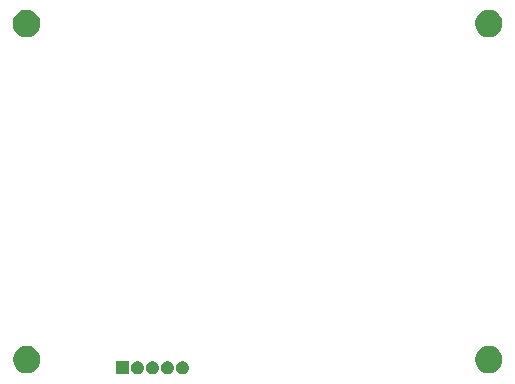
<source format=gbr>
G04 #@! TF.GenerationSoftware,KiCad,Pcbnew,(5.1.4)-1*
G04 #@! TF.CreationDate,2020-09-18T11:06:02-04:00*
G04 #@! TF.ProjectId,RVL-PMS HW2,52564c2d-504d-4532-9048-57322e6b6963,rev?*
G04 #@! TF.SameCoordinates,Original*
G04 #@! TF.FileFunction,Soldermask,Bot*
G04 #@! TF.FilePolarity,Negative*
%FSLAX46Y46*%
G04 Gerber Fmt 4.6, Leading zero omitted, Abs format (unit mm)*
G04 Created by KiCad (PCBNEW (5.1.4)-1) date 2020-09-18 11:06:02*
%MOMM*%
%LPD*%
G04 APERTURE LIST*
%ADD10C,0.100000*%
G04 APERTURE END LIST*
D10*
G36*
X121243015Y-85031973D02*
G01*
X121346879Y-85063479D01*
X121394740Y-85089062D01*
X121442599Y-85114643D01*
X121442601Y-85114644D01*
X121442600Y-85114644D01*
X121526501Y-85183499D01*
X121595356Y-85267400D01*
X121646521Y-85363121D01*
X121678027Y-85466985D01*
X121688666Y-85575000D01*
X121678027Y-85683015D01*
X121646521Y-85786879D01*
X121646520Y-85786880D01*
X121595357Y-85882599D01*
X121526501Y-85966501D01*
X121442599Y-86035357D01*
X121346879Y-86086521D01*
X121243015Y-86118027D01*
X121162067Y-86126000D01*
X121107933Y-86126000D01*
X121026985Y-86118027D01*
X120923121Y-86086521D01*
X120827401Y-86035357D01*
X120743499Y-85966501D01*
X120674643Y-85882599D01*
X120623480Y-85786880D01*
X120623479Y-85786879D01*
X120591973Y-85683015D01*
X120581334Y-85575000D01*
X120591973Y-85466985D01*
X120623479Y-85363121D01*
X120674644Y-85267400D01*
X120743499Y-85183499D01*
X120827400Y-85114644D01*
X120827399Y-85114644D01*
X120827401Y-85114643D01*
X120875260Y-85089062D01*
X120923121Y-85063479D01*
X121026985Y-85031973D01*
X121107933Y-85024000D01*
X121162067Y-85024000D01*
X121243015Y-85031973D01*
X121243015Y-85031973D01*
G37*
G36*
X122513015Y-85031973D02*
G01*
X122616879Y-85063479D01*
X122664740Y-85089062D01*
X122712599Y-85114643D01*
X122712601Y-85114644D01*
X122712600Y-85114644D01*
X122796501Y-85183499D01*
X122865356Y-85267400D01*
X122916521Y-85363121D01*
X122948027Y-85466985D01*
X122958666Y-85575000D01*
X122948027Y-85683015D01*
X122916521Y-85786879D01*
X122916520Y-85786880D01*
X122865357Y-85882599D01*
X122796501Y-85966501D01*
X122712599Y-86035357D01*
X122616879Y-86086521D01*
X122513015Y-86118027D01*
X122432067Y-86126000D01*
X122377933Y-86126000D01*
X122296985Y-86118027D01*
X122193121Y-86086521D01*
X122097401Y-86035357D01*
X122013499Y-85966501D01*
X121944643Y-85882599D01*
X121893480Y-85786880D01*
X121893479Y-85786879D01*
X121861973Y-85683015D01*
X121851334Y-85575000D01*
X121861973Y-85466985D01*
X121893479Y-85363121D01*
X121944644Y-85267400D01*
X122013499Y-85183499D01*
X122097400Y-85114644D01*
X122097399Y-85114644D01*
X122097401Y-85114643D01*
X122145260Y-85089062D01*
X122193121Y-85063479D01*
X122296985Y-85031973D01*
X122377933Y-85024000D01*
X122432067Y-85024000D01*
X122513015Y-85031973D01*
X122513015Y-85031973D01*
G37*
G36*
X119973015Y-85031973D02*
G01*
X120076879Y-85063479D01*
X120124740Y-85089062D01*
X120172599Y-85114643D01*
X120172601Y-85114644D01*
X120172600Y-85114644D01*
X120256501Y-85183499D01*
X120325356Y-85267400D01*
X120376521Y-85363121D01*
X120408027Y-85466985D01*
X120418666Y-85575000D01*
X120408027Y-85683015D01*
X120376521Y-85786879D01*
X120376520Y-85786880D01*
X120325357Y-85882599D01*
X120256501Y-85966501D01*
X120172599Y-86035357D01*
X120076879Y-86086521D01*
X119973015Y-86118027D01*
X119892067Y-86126000D01*
X119837933Y-86126000D01*
X119756985Y-86118027D01*
X119653121Y-86086521D01*
X119557401Y-86035357D01*
X119473499Y-85966501D01*
X119404643Y-85882599D01*
X119353480Y-85786880D01*
X119353479Y-85786879D01*
X119321973Y-85683015D01*
X119311334Y-85575000D01*
X119321973Y-85466985D01*
X119353479Y-85363121D01*
X119404644Y-85267400D01*
X119473499Y-85183499D01*
X119557400Y-85114644D01*
X119557399Y-85114644D01*
X119557401Y-85114643D01*
X119605260Y-85089062D01*
X119653121Y-85063479D01*
X119756985Y-85031973D01*
X119837933Y-85024000D01*
X119892067Y-85024000D01*
X119973015Y-85031973D01*
X119973015Y-85031973D01*
G37*
G36*
X118703015Y-85031973D02*
G01*
X118806879Y-85063479D01*
X118854740Y-85089062D01*
X118902599Y-85114643D01*
X118902601Y-85114644D01*
X118902600Y-85114644D01*
X118986501Y-85183499D01*
X119055356Y-85267400D01*
X119106521Y-85363121D01*
X119138027Y-85466985D01*
X119148666Y-85575000D01*
X119138027Y-85683015D01*
X119106521Y-85786879D01*
X119106520Y-85786880D01*
X119055357Y-85882599D01*
X118986501Y-85966501D01*
X118902599Y-86035357D01*
X118806879Y-86086521D01*
X118703015Y-86118027D01*
X118622067Y-86126000D01*
X118567933Y-86126000D01*
X118486985Y-86118027D01*
X118383121Y-86086521D01*
X118287401Y-86035357D01*
X118203499Y-85966501D01*
X118134643Y-85882599D01*
X118083480Y-85786880D01*
X118083479Y-85786879D01*
X118051973Y-85683015D01*
X118041334Y-85575000D01*
X118051973Y-85466985D01*
X118083479Y-85363121D01*
X118134644Y-85267400D01*
X118203499Y-85183499D01*
X118287400Y-85114644D01*
X118287399Y-85114644D01*
X118287401Y-85114643D01*
X118335260Y-85089062D01*
X118383121Y-85063479D01*
X118486985Y-85031973D01*
X118567933Y-85024000D01*
X118622067Y-85024000D01*
X118703015Y-85031973D01*
X118703015Y-85031973D01*
G37*
G36*
X117876000Y-86126000D02*
G01*
X116774000Y-86126000D01*
X116774000Y-85024000D01*
X117876000Y-85024000D01*
X117876000Y-86126000D01*
X117876000Y-86126000D01*
G37*
G36*
X109560734Y-83768232D02*
G01*
X109770203Y-83854997D01*
X109958720Y-83980960D01*
X110119040Y-84141280D01*
X110245003Y-84329797D01*
X110331768Y-84539266D01*
X110376000Y-84761636D01*
X110376000Y-84988364D01*
X110331768Y-85210734D01*
X110245003Y-85420203D01*
X110119040Y-85608720D01*
X109958720Y-85769040D01*
X109770203Y-85895003D01*
X109560734Y-85981768D01*
X109338364Y-86026000D01*
X109111636Y-86026000D01*
X108889266Y-85981768D01*
X108679797Y-85895003D01*
X108491280Y-85769040D01*
X108330960Y-85608720D01*
X108204997Y-85420203D01*
X108118232Y-85210734D01*
X108074000Y-84988364D01*
X108074000Y-84761636D01*
X108118232Y-84539266D01*
X108204997Y-84329797D01*
X108330960Y-84141280D01*
X108491280Y-83980960D01*
X108679797Y-83854997D01*
X108889266Y-83768232D01*
X109111636Y-83724000D01*
X109338364Y-83724000D01*
X109560734Y-83768232D01*
X109560734Y-83768232D01*
G37*
G36*
X148685734Y-83768232D02*
G01*
X148895203Y-83854997D01*
X149083720Y-83980960D01*
X149244040Y-84141280D01*
X149370003Y-84329797D01*
X149456768Y-84539266D01*
X149501000Y-84761636D01*
X149501000Y-84988364D01*
X149456768Y-85210734D01*
X149370003Y-85420203D01*
X149244040Y-85608720D01*
X149083720Y-85769040D01*
X148895203Y-85895003D01*
X148685734Y-85981768D01*
X148463364Y-86026000D01*
X148236636Y-86026000D01*
X148014266Y-85981768D01*
X147804797Y-85895003D01*
X147616280Y-85769040D01*
X147455960Y-85608720D01*
X147329997Y-85420203D01*
X147243232Y-85210734D01*
X147199000Y-84988364D01*
X147199000Y-84761636D01*
X147243232Y-84539266D01*
X147329997Y-84329797D01*
X147455960Y-84141280D01*
X147616280Y-83980960D01*
X147804797Y-83854997D01*
X148014266Y-83768232D01*
X148236636Y-83724000D01*
X148463364Y-83724000D01*
X148685734Y-83768232D01*
X148685734Y-83768232D01*
G37*
G36*
X148685734Y-55318232D02*
G01*
X148895203Y-55404997D01*
X149083720Y-55530960D01*
X149244040Y-55691280D01*
X149370003Y-55879797D01*
X149456768Y-56089266D01*
X149501000Y-56311636D01*
X149501000Y-56538364D01*
X149456768Y-56760734D01*
X149370003Y-56970203D01*
X149244040Y-57158720D01*
X149083720Y-57319040D01*
X148895203Y-57445003D01*
X148685734Y-57531768D01*
X148463364Y-57576000D01*
X148236636Y-57576000D01*
X148014266Y-57531768D01*
X147804797Y-57445003D01*
X147616280Y-57319040D01*
X147455960Y-57158720D01*
X147329997Y-56970203D01*
X147243232Y-56760734D01*
X147199000Y-56538364D01*
X147199000Y-56311636D01*
X147243232Y-56089266D01*
X147329997Y-55879797D01*
X147455960Y-55691280D01*
X147616280Y-55530960D01*
X147804797Y-55404997D01*
X148014266Y-55318232D01*
X148236636Y-55274000D01*
X148463364Y-55274000D01*
X148685734Y-55318232D01*
X148685734Y-55318232D01*
G37*
G36*
X109535734Y-55318232D02*
G01*
X109745203Y-55404997D01*
X109933720Y-55530960D01*
X110094040Y-55691280D01*
X110220003Y-55879797D01*
X110306768Y-56089266D01*
X110351000Y-56311636D01*
X110351000Y-56538364D01*
X110306768Y-56760734D01*
X110220003Y-56970203D01*
X110094040Y-57158720D01*
X109933720Y-57319040D01*
X109745203Y-57445003D01*
X109535734Y-57531768D01*
X109313364Y-57576000D01*
X109086636Y-57576000D01*
X108864266Y-57531768D01*
X108654797Y-57445003D01*
X108466280Y-57319040D01*
X108305960Y-57158720D01*
X108179997Y-56970203D01*
X108093232Y-56760734D01*
X108049000Y-56538364D01*
X108049000Y-56311636D01*
X108093232Y-56089266D01*
X108179997Y-55879797D01*
X108305960Y-55691280D01*
X108466280Y-55530960D01*
X108654797Y-55404997D01*
X108864266Y-55318232D01*
X109086636Y-55274000D01*
X109313364Y-55274000D01*
X109535734Y-55318232D01*
X109535734Y-55318232D01*
G37*
M02*

</source>
